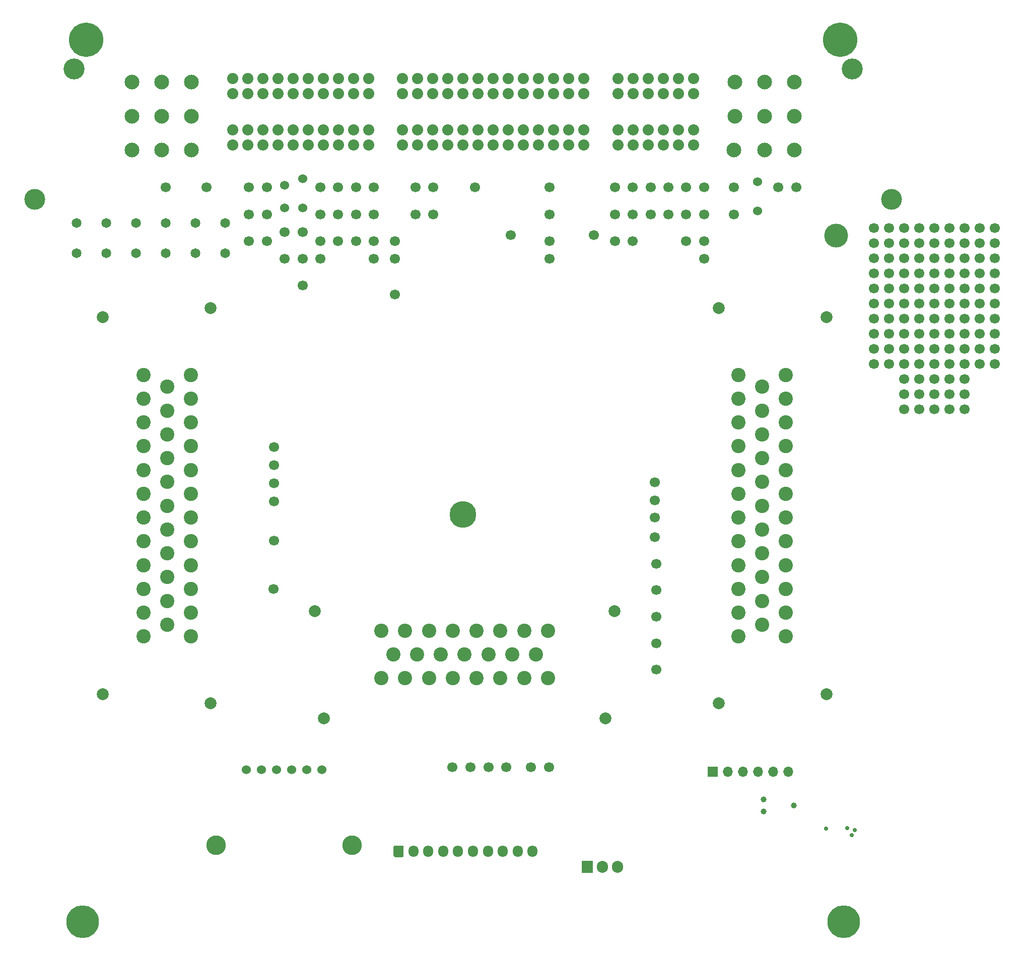
<source format=gbs>
G75*
G70*
%OFA0B0*%
%FSLAX25Y25*%
%IPPOS*%
%LPD*%
%AMOC8*
5,1,8,0,0,1.08239X$1,22.5*
%
%ADD103C,0.03900*%
%ADD11O,0.06693X0.07677*%
%ADD15C,0.06693*%
%ADD16C,0.07874*%
%ADD18R,0.06693X0.06693*%
%ADD31C,0.02913*%
%ADD33C,0.15748*%
%ADD37R,0.07500X0.07874*%
%ADD44C,0.02362*%
%ADD45C,0.06496*%
%ADD49C,0.13780*%
%ADD50C,0.09744*%
%ADD53O,0.06693X0.06693*%
%ADD59C,0.21654*%
%ADD64O,0.07500X0.07874*%
%ADD68C,0.13000*%
%ADD70C,0.13878*%
%ADD79C,0.09449*%
%ADD80C,0.06000*%
%ADD92C,0.22736*%
%ADD97C,0.17717*%
%ADD98C,0.07382*%
X0000000Y0000000D02*
%LPD*%
G01*
D15*
X0494094Y0511811D03*
X0485118Y0316630D03*
X0275591Y0494094D03*
X0690118Y0395000D03*
X0690118Y0405000D03*
X0690118Y0415000D03*
X0690118Y0425000D03*
X0690118Y0435000D03*
X0700118Y0395000D03*
X0700118Y0405000D03*
X0700118Y0415000D03*
X0700118Y0425000D03*
X0700118Y0435000D03*
X0710118Y0395000D03*
X0710118Y0405000D03*
X0710118Y0415000D03*
X0710118Y0425000D03*
X0710118Y0435000D03*
X0275591Y0476378D03*
X0375118Y0128000D03*
X0338583Y0511811D03*
X0232677Y0246063D03*
X0228346Y0511811D03*
X0233118Y0278000D03*
X0690118Y0445000D03*
X0690118Y0455000D03*
X0690118Y0465000D03*
X0690118Y0475000D03*
X0690118Y0485000D03*
X0700118Y0445000D03*
X0700118Y0455000D03*
X0700118Y0465000D03*
X0700118Y0475000D03*
X0700118Y0485000D03*
X0710118Y0445000D03*
X0710118Y0455000D03*
X0710118Y0465000D03*
X0710118Y0475000D03*
X0710118Y0485000D03*
D59*
X0106299Y0025591D03*
D18*
X0523425Y0125000D03*
D53*
X0533425Y0125000D03*
X0543425Y0125000D03*
X0553425Y0125000D03*
X0563425Y0125000D03*
X0573425Y0125000D03*
D45*
X0181102Y0488346D03*
X0181102Y0468346D03*
D15*
X0287402Y0511811D03*
X0233118Y0328000D03*
X0233118Y0340000D03*
X0403118Y0128000D03*
X0263780Y0494094D03*
X0486220Y0262598D03*
X0415354Y0464567D03*
X0228346Y0476378D03*
X0312992Y0440945D03*
X0415354Y0494094D03*
X0161417Y0511811D03*
X0458661Y0511811D03*
D50*
X0577559Y0581496D03*
X0557874Y0581496D03*
X0538189Y0581496D03*
X0577559Y0559055D03*
X0557874Y0559055D03*
X0538189Y0559055D03*
X0577559Y0536614D03*
X0557874Y0536614D03*
X0537559Y0536614D03*
D98*
X0510630Y0583858D03*
X0500630Y0583858D03*
X0490630Y0583858D03*
X0480630Y0583858D03*
X0470630Y0583858D03*
X0460630Y0583858D03*
X0510630Y0573858D03*
X0500630Y0573858D03*
X0490630Y0573858D03*
X0480630Y0573858D03*
X0470630Y0573858D03*
X0460630Y0573858D03*
X0510630Y0550039D03*
X0500630Y0550039D03*
X0490630Y0550039D03*
X0480630Y0550039D03*
X0470630Y0550039D03*
X0460630Y0550039D03*
X0510630Y0540039D03*
X0500630Y0540039D03*
X0490630Y0540039D03*
X0480630Y0540039D03*
X0470630Y0540039D03*
X0460630Y0540039D03*
X0438189Y0583858D03*
X0428189Y0583858D03*
X0418189Y0583858D03*
X0408189Y0583858D03*
X0398189Y0583858D03*
X0388189Y0583858D03*
X0378189Y0583858D03*
X0368189Y0583858D03*
X0358189Y0583858D03*
X0348189Y0583858D03*
X0338189Y0583858D03*
X0328189Y0583858D03*
X0318189Y0583858D03*
X0438189Y0573858D03*
X0428189Y0573858D03*
X0418189Y0573858D03*
X0408189Y0573858D03*
X0398189Y0573858D03*
X0388189Y0573858D03*
X0378189Y0573858D03*
X0368189Y0573858D03*
X0358189Y0573858D03*
X0348189Y0573858D03*
X0338189Y0573858D03*
X0328189Y0573858D03*
X0318189Y0573858D03*
X0438189Y0550039D03*
X0428189Y0550039D03*
X0418189Y0550039D03*
X0408189Y0550039D03*
X0398189Y0550039D03*
X0388189Y0550039D03*
X0378189Y0550039D03*
X0368189Y0550039D03*
X0358189Y0550039D03*
X0348189Y0550039D03*
X0338189Y0550039D03*
X0328189Y0550039D03*
X0318189Y0550039D03*
X0438189Y0540039D03*
X0428189Y0540039D03*
X0418189Y0540039D03*
X0408189Y0540039D03*
X0398189Y0540039D03*
X0388189Y0540039D03*
X0378189Y0540039D03*
X0368189Y0540039D03*
X0358189Y0540039D03*
X0348189Y0540039D03*
X0338189Y0540039D03*
X0328189Y0540039D03*
X0318189Y0540039D03*
X0295669Y0583858D03*
X0285669Y0583858D03*
X0275669Y0583858D03*
X0265669Y0583858D03*
X0255669Y0583858D03*
X0245669Y0583858D03*
X0235669Y0583858D03*
X0225669Y0583858D03*
X0215669Y0583858D03*
X0205669Y0583858D03*
X0295669Y0573858D03*
X0285669Y0573858D03*
X0275669Y0573858D03*
X0265669Y0573858D03*
X0255669Y0573858D03*
X0245669Y0573858D03*
X0235669Y0573858D03*
X0225669Y0573858D03*
X0215669Y0573858D03*
X0205669Y0573858D03*
X0295669Y0550039D03*
X0285669Y0550039D03*
X0275669Y0550039D03*
X0265669Y0550039D03*
X0255669Y0550039D03*
X0245669Y0550039D03*
X0235669Y0550039D03*
X0225669Y0550039D03*
X0215669Y0550039D03*
X0205669Y0550039D03*
X0295669Y0540039D03*
X0285669Y0540039D03*
X0275669Y0540039D03*
X0265669Y0540039D03*
X0255669Y0540039D03*
X0245669Y0540039D03*
X0235669Y0540039D03*
X0225669Y0540039D03*
X0215669Y0540039D03*
X0205669Y0540039D03*
D50*
X0178346Y0581496D03*
X0158661Y0581496D03*
X0138976Y0581496D03*
X0178346Y0559055D03*
X0158661Y0559055D03*
X0138976Y0559055D03*
X0178346Y0536614D03*
X0158661Y0536614D03*
X0138976Y0536614D03*
D70*
X0615748Y0590157D03*
X0100787Y0590157D03*
D92*
X0607677Y0609449D03*
X0108858Y0609449D03*
D15*
X0566929Y0511811D03*
X0630118Y0395000D03*
X0630118Y0405000D03*
X0630118Y0415000D03*
X0630118Y0425000D03*
X0630118Y0435000D03*
X0640118Y0395000D03*
X0640118Y0405000D03*
X0640118Y0415000D03*
X0640118Y0425000D03*
X0640118Y0435000D03*
X0650118Y0395000D03*
X0650118Y0405000D03*
X0650118Y0415000D03*
X0650118Y0425000D03*
X0650118Y0435000D03*
X0505906Y0511811D03*
D97*
X0358268Y0295276D03*
D15*
X0415118Y0128000D03*
X0312992Y0464567D03*
D68*
X0194764Y0076417D03*
X0284764Y0076417D03*
D80*
X0264764Y0126417D03*
X0254764Y0126417D03*
X0244764Y0126417D03*
X0234764Y0126417D03*
X0224764Y0126417D03*
X0214764Y0126417D03*
D15*
X0505906Y0476378D03*
D45*
X0122047Y0488346D03*
X0122047Y0468346D03*
D15*
X0517717Y0494094D03*
X0660118Y0395000D03*
X0660118Y0405000D03*
X0660118Y0415000D03*
X0660118Y0425000D03*
X0660118Y0435000D03*
X0670118Y0395000D03*
X0670118Y0405000D03*
X0670118Y0415000D03*
X0670118Y0425000D03*
X0670118Y0435000D03*
X0680118Y0395000D03*
X0680118Y0405000D03*
X0680118Y0415000D03*
X0680118Y0425000D03*
X0680118Y0435000D03*
X0415354Y0476378D03*
X0351118Y0128000D03*
X0470472Y0494094D03*
X0458661Y0476378D03*
X0263780Y0511811D03*
X0299213Y0476378D03*
D80*
X0240157Y0513406D03*
X0240157Y0498406D03*
D15*
X0263780Y0464567D03*
D44*
X0617375Y0086368D03*
X0615308Y0082923D03*
X0612356Y0087549D03*
X0598379Y0087254D03*
D15*
X0389764Y0480315D03*
X0537402Y0511811D03*
X0537402Y0494094D03*
D80*
X0553150Y0515551D03*
X0553150Y0496260D03*
D15*
X0216535Y0494094D03*
X0486220Y0245276D03*
X0216535Y0511811D03*
X0228346Y0494094D03*
D49*
X0641732Y0503937D03*
D15*
X0240157Y0482283D03*
X0486220Y0192520D03*
X0470472Y0476378D03*
X0485039Y0280315D03*
X0216535Y0476378D03*
X0299213Y0511811D03*
D45*
X0161417Y0488346D03*
X0161417Y0468346D03*
D15*
X0494094Y0494094D03*
X0660118Y0445000D03*
X0660118Y0455000D03*
X0660118Y0465000D03*
X0660118Y0475000D03*
X0660118Y0485000D03*
X0670118Y0445000D03*
X0670118Y0455000D03*
X0670118Y0465000D03*
X0670118Y0475000D03*
X0670118Y0485000D03*
X0680118Y0445000D03*
X0680118Y0455000D03*
X0680118Y0465000D03*
X0680118Y0475000D03*
X0680118Y0485000D03*
X0299213Y0494094D03*
X0188583Y0511811D03*
D49*
X0074803Y0503937D03*
D15*
X0517717Y0511811D03*
X0485039Y0293307D03*
X0458661Y0494094D03*
X0486220Y0227559D03*
X0386614Y0127953D03*
X0517717Y0464567D03*
X0233118Y0316000D03*
X0326772Y0511811D03*
X0287402Y0476378D03*
X0326772Y0494094D03*
D80*
X0251969Y0517520D03*
X0251969Y0498228D03*
D15*
X0690118Y0365000D03*
X0680118Y0365000D03*
X0670118Y0365000D03*
X0660118Y0365000D03*
X0650118Y0365000D03*
X0690118Y0375000D03*
X0680118Y0375000D03*
X0670118Y0375000D03*
X0660118Y0375000D03*
X0650118Y0375000D03*
X0690118Y0385000D03*
X0680118Y0385000D03*
X0670118Y0385000D03*
X0660118Y0385000D03*
X0650118Y0385000D03*
X0299213Y0464567D03*
X0251969Y0446850D03*
X0486220Y0209843D03*
X0240157Y0464567D03*
D45*
X0141732Y0488346D03*
X0141732Y0468346D03*
X0200787Y0488346D03*
X0200787Y0468346D03*
D15*
X0287402Y0494094D03*
X0444882Y0480315D03*
X0275591Y0511811D03*
X0415354Y0511811D03*
X0233071Y0303937D03*
X0630118Y0445000D03*
X0630118Y0455000D03*
X0630118Y0465000D03*
X0630118Y0475000D03*
X0630118Y0485000D03*
X0640118Y0445000D03*
X0640118Y0455000D03*
X0640118Y0465000D03*
X0640118Y0475000D03*
X0640118Y0485000D03*
X0650118Y0445000D03*
X0650118Y0455000D03*
X0650118Y0465000D03*
X0650118Y0475000D03*
X0650118Y0485000D03*
X0338583Y0494094D03*
X0578740Y0511811D03*
D16*
X0458465Y0231398D03*
X0119882Y0425886D03*
X0598622Y0425886D03*
X0260039Y0231398D03*
X0527362Y0170374D03*
X0119882Y0176280D03*
X0191142Y0431791D03*
X0452559Y0160138D03*
X0598622Y0176280D03*
X0191142Y0170374D03*
X0265945Y0160138D03*
X0527362Y0431791D03*
D79*
X0571850Y0214469D03*
X0571850Y0230217D03*
X0571850Y0245965D03*
X0571850Y0261713D03*
X0571850Y0277461D03*
X0571850Y0293209D03*
X0571850Y0308957D03*
X0571850Y0324705D03*
X0571850Y0340453D03*
X0571850Y0356201D03*
X0571850Y0371949D03*
X0571850Y0387697D03*
X0556102Y0222343D03*
X0556102Y0238091D03*
X0556102Y0253839D03*
X0556102Y0269587D03*
X0556102Y0285335D03*
X0556102Y0301083D03*
X0556102Y0316831D03*
X0556102Y0332579D03*
X0556102Y0348327D03*
X0556102Y0364075D03*
X0556102Y0379823D03*
X0540354Y0214469D03*
X0540354Y0230217D03*
X0540354Y0245965D03*
X0540354Y0261713D03*
X0540354Y0277461D03*
X0540354Y0293209D03*
X0540354Y0308957D03*
X0540354Y0324705D03*
X0540354Y0340453D03*
X0540354Y0356201D03*
X0540354Y0371949D03*
X0540354Y0387697D03*
X0304134Y0186909D03*
X0319882Y0186909D03*
X0335630Y0186909D03*
X0351378Y0186909D03*
X0367126Y0186909D03*
X0382874Y0186909D03*
X0398622Y0186909D03*
X0414370Y0186909D03*
X0312008Y0202657D03*
X0327756Y0202657D03*
X0343504Y0202657D03*
X0359252Y0202657D03*
X0375000Y0202657D03*
X0390748Y0202657D03*
X0406496Y0202657D03*
X0304134Y0218406D03*
X0319882Y0218406D03*
X0335630Y0218406D03*
X0351378Y0218406D03*
X0367126Y0218406D03*
X0382874Y0218406D03*
X0398622Y0218406D03*
X0414370Y0218406D03*
X0146654Y0387697D03*
X0146654Y0371949D03*
X0146654Y0356201D03*
X0146654Y0340453D03*
X0146654Y0324705D03*
X0146654Y0308957D03*
X0146654Y0293209D03*
X0146654Y0277461D03*
X0146654Y0261713D03*
X0146654Y0245965D03*
X0146654Y0230217D03*
X0146654Y0214469D03*
X0162402Y0379823D03*
X0162402Y0364075D03*
X0162402Y0348327D03*
X0162402Y0332579D03*
X0162402Y0316831D03*
X0162402Y0301083D03*
X0162402Y0285335D03*
X0162402Y0269587D03*
X0162402Y0253839D03*
X0162402Y0238091D03*
X0162402Y0222343D03*
X0178150Y0387697D03*
X0178150Y0371949D03*
X0178150Y0356201D03*
X0178150Y0340453D03*
X0178150Y0324705D03*
X0178150Y0308957D03*
X0178150Y0293209D03*
X0178150Y0277461D03*
X0178150Y0261713D03*
X0178150Y0245965D03*
X0178150Y0230217D03*
X0178150Y0214469D03*
D15*
X0363118Y0128000D03*
G36*
G01*
X0312205Y0069390D02*
X0312205Y0075098D01*
G75*
G02*
X0313189Y0076083I0000984J0000000D01*
G01*
X0317913Y0076083D01*
G75*
G02*
X0318898Y0075098I0000000J-000984D01*
G01*
X0318898Y0069390D01*
G75*
G02*
X0317913Y0068406I-000984J0000000D01*
G01*
X0313189Y0068406D01*
G75*
G02*
X0312205Y0069390I0000000J0000984D01*
G01*
G37*
D11*
X0325394Y0072244D03*
X0335236Y0072244D03*
X0345079Y0072244D03*
X0354921Y0072244D03*
X0364764Y0072244D03*
X0374606Y0072244D03*
X0384449Y0072244D03*
X0394291Y0072244D03*
X0404134Y0072244D03*
D59*
X0610236Y0025591D03*
D45*
X0102362Y0488346D03*
X0102362Y0468346D03*
D15*
X0482283Y0494094D03*
X0482283Y0511811D03*
X0251969Y0482283D03*
X0485118Y0304630D03*
X0505906Y0494094D03*
X0312992Y0476378D03*
X0263780Y0476378D03*
X0251969Y0464567D03*
X0517717Y0476378D03*
X0470472Y0511811D03*
X0366142Y0511811D03*
D33*
X0605118Y0480000D03*
X0622789Y0056053D02*
G01*
G75*
D31*
X0598380Y0087254D02*
D03*
X0612356Y0087549D02*
D03*
X0617376Y0086368D02*
D03*
X0615309Y0082923D02*
D03*
X0581181Y0113484D02*
%LPD*%
G01*
D37*
X0440472Y0061909D03*
D64*
X0450472Y0061909D03*
X0460472Y0061909D03*
D103*
X0577008Y0102657D03*
X0557008Y0106657D03*
X0557008Y0098657D03*
M02*

</source>
